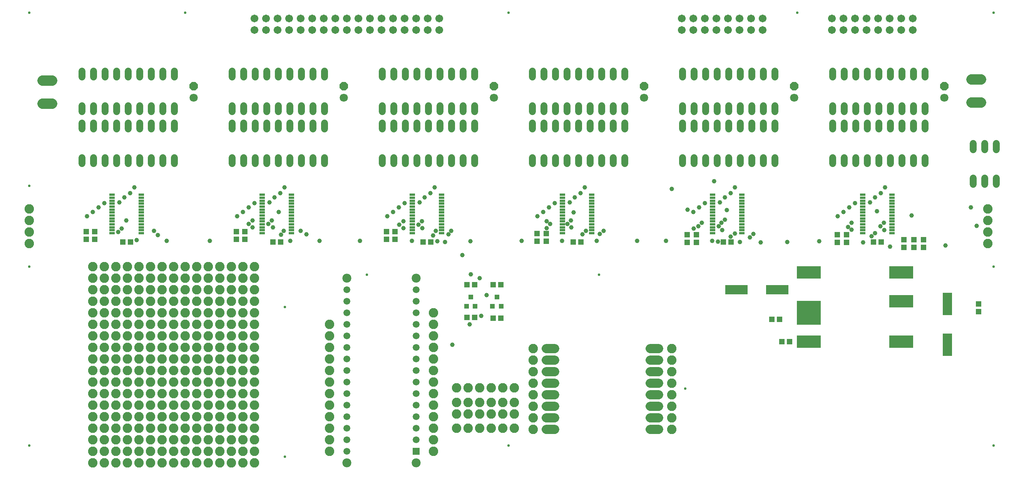
<source format=gbr>
G04 EAGLE Gerber RS-274X export*
G75*
%MOMM*%
%FSLAX34Y34*%
%LPD*%
%AMOC8*
5,1,8,0,0,1.08239X$1,22.5*%
G01*
%ADD10C,0.584200*%
%ADD11C,1.524000*%
%ADD12R,1.203200X0.503200*%
%ADD13R,1.303200X1.203200*%
%ADD14P,1.951982X8X112.500000*%
%ADD15C,1.803400*%
%ADD16C,1.711200*%
%ADD17C,2.298700*%
%ADD18C,2.082800*%
%ADD19C,2.032000*%
%ADD20R,1.003200X1.103200*%
%ADD21R,1.203200X1.303200*%
%ADD22R,5.283200X2.743200*%
%ADD23R,5.283200X5.283200*%
%ADD24R,4.903200X2.103200*%
%ADD25C,1.981200*%
%ADD26R,1.511200X1.511200*%
%ADD27C,1.511200*%
%ADD28R,2.103200X4.903200*%
%ADD29C,0.990600*%


D10*
X806450Y439420D03*
X626110Y368300D03*
X626110Y39370D03*
X1506220Y189230D03*
X1316990Y439420D03*
X63500Y1016000D03*
X63500Y63500D03*
X2184400Y63500D03*
X2184400Y1016000D03*
X1117600Y1016000D03*
X1117600Y63500D03*
X1752600Y1016000D03*
X406400Y1016000D03*
X63500Y457200D03*
X63500Y635000D03*
X2184400Y457200D03*
D11*
X1169988Y798259D02*
X1169988Y811467D01*
X1195388Y811467D02*
X1195388Y798259D01*
X1322388Y798259D02*
X1322388Y811467D01*
X1347788Y811467D02*
X1347788Y798259D01*
X1220788Y798259D02*
X1220788Y811467D01*
X1246188Y811467D02*
X1246188Y798259D01*
X1296988Y798259D02*
X1296988Y811467D01*
X1271588Y811467D02*
X1271588Y798259D01*
X1373188Y798259D02*
X1373188Y811467D01*
X1373188Y874459D02*
X1373188Y887667D01*
X1347788Y887667D02*
X1347788Y874459D01*
X1322388Y874459D02*
X1322388Y887667D01*
X1296988Y887667D02*
X1296988Y874459D01*
X1271588Y874459D02*
X1271588Y887667D01*
X1246188Y887667D02*
X1246188Y874459D01*
X1220788Y874459D02*
X1220788Y887667D01*
X1195388Y887667D02*
X1195388Y874459D01*
X1169988Y874459D02*
X1169988Y887667D01*
X1169988Y697167D02*
X1169988Y683959D01*
X1195388Y683959D02*
X1195388Y697167D01*
X1220788Y697167D02*
X1220788Y683959D01*
X1246188Y683959D02*
X1246188Y697167D01*
X1271588Y697167D02*
X1271588Y683959D01*
X1296988Y683959D02*
X1296988Y697167D01*
X1322388Y697167D02*
X1322388Y683959D01*
X1347788Y683959D02*
X1347788Y697167D01*
X1373188Y697167D02*
X1373188Y683959D01*
X1373188Y760159D02*
X1373188Y773367D01*
X1347788Y773367D02*
X1347788Y760159D01*
X1322388Y760159D02*
X1322388Y773367D01*
X1296988Y773367D02*
X1296988Y760159D01*
X1271588Y760159D02*
X1271588Y773367D01*
X1246188Y773367D02*
X1246188Y760159D01*
X1220788Y760159D02*
X1220788Y773367D01*
X1195388Y773367D02*
X1195388Y760159D01*
X1169988Y760159D02*
X1169988Y773367D01*
D12*
X1300413Y530838D03*
X1300413Y537338D03*
X1300413Y543838D03*
X1300413Y550338D03*
X1300413Y556838D03*
X1300413Y563338D03*
X1300413Y569838D03*
X1300413Y576338D03*
X1300413Y582838D03*
X1300413Y589338D03*
X1300413Y595838D03*
X1300413Y602338D03*
X1300413Y608838D03*
X1300413Y615338D03*
X1236413Y615338D03*
X1236413Y608838D03*
X1236413Y602338D03*
X1236413Y595838D03*
X1236413Y589338D03*
X1236413Y582838D03*
X1236413Y576338D03*
X1236413Y569838D03*
X1236413Y563338D03*
X1236413Y556838D03*
X1236413Y550338D03*
X1236413Y543838D03*
X1236413Y537338D03*
X1236413Y530838D03*
D13*
X1180783Y530153D03*
X1180783Y513153D03*
X1201103Y530153D03*
X1201103Y513153D03*
X1259913Y511175D03*
X1276913Y511175D03*
D14*
X1416050Y854075D03*
D15*
X1416050Y828675D03*
D11*
X839788Y811467D02*
X839788Y798259D01*
X865188Y798259D02*
X865188Y811467D01*
X992188Y811467D02*
X992188Y798259D01*
X1017588Y798259D02*
X1017588Y811467D01*
X890588Y811467D02*
X890588Y798259D01*
X915988Y798259D02*
X915988Y811467D01*
X966788Y811467D02*
X966788Y798259D01*
X941388Y798259D02*
X941388Y811467D01*
X1042988Y811467D02*
X1042988Y798259D01*
X1042988Y874459D02*
X1042988Y887667D01*
X1017588Y887667D02*
X1017588Y874459D01*
X992188Y874459D02*
X992188Y887667D01*
X966788Y887667D02*
X966788Y874459D01*
X941388Y874459D02*
X941388Y887667D01*
X915988Y887667D02*
X915988Y874459D01*
X890588Y874459D02*
X890588Y887667D01*
X865188Y887667D02*
X865188Y874459D01*
X839788Y874459D02*
X839788Y887667D01*
X839788Y697167D02*
X839788Y683959D01*
X865188Y683959D02*
X865188Y697167D01*
X890588Y697167D02*
X890588Y683959D01*
X915988Y683959D02*
X915988Y697167D01*
X941388Y697167D02*
X941388Y683959D01*
X966788Y683959D02*
X966788Y697167D01*
X992188Y697167D02*
X992188Y683959D01*
X1017588Y683959D02*
X1017588Y697167D01*
X1042988Y697167D02*
X1042988Y683959D01*
X1042988Y760159D02*
X1042988Y773367D01*
X1017588Y773367D02*
X1017588Y760159D01*
X992188Y760159D02*
X992188Y773367D01*
X966788Y773367D02*
X966788Y760159D01*
X941388Y760159D02*
X941388Y773367D01*
X915988Y773367D02*
X915988Y760159D01*
X890588Y760159D02*
X890588Y773367D01*
X865188Y773367D02*
X865188Y760159D01*
X839788Y760159D02*
X839788Y773367D01*
D12*
X970213Y530838D03*
X970213Y537338D03*
X970213Y543838D03*
X970213Y550338D03*
X970213Y556838D03*
X970213Y563338D03*
X970213Y569838D03*
X970213Y576338D03*
X970213Y582838D03*
X970213Y589338D03*
X970213Y595838D03*
X970213Y602338D03*
X970213Y608838D03*
X970213Y615338D03*
X906213Y615338D03*
X906213Y608838D03*
X906213Y602338D03*
X906213Y595838D03*
X906213Y589338D03*
X906213Y582838D03*
X906213Y576338D03*
X906213Y569838D03*
X906213Y563338D03*
X906213Y556838D03*
X906213Y550338D03*
X906213Y543838D03*
X906213Y537338D03*
X906213Y530838D03*
D13*
X849313Y533963D03*
X849313Y516963D03*
X868363Y533963D03*
X868363Y516963D03*
X929713Y511175D03*
X946713Y511175D03*
D14*
X1085850Y854075D03*
D15*
X1085850Y828675D03*
D11*
X509588Y811467D02*
X509588Y798259D01*
X534988Y798259D02*
X534988Y811467D01*
X661988Y811467D02*
X661988Y798259D01*
X687388Y798259D02*
X687388Y811467D01*
X560388Y811467D02*
X560388Y798259D01*
X585788Y798259D02*
X585788Y811467D01*
X636588Y811467D02*
X636588Y798259D01*
X611188Y798259D02*
X611188Y811467D01*
X712788Y811467D02*
X712788Y798259D01*
X712788Y874459D02*
X712788Y887667D01*
X687388Y887667D02*
X687388Y874459D01*
X661988Y874459D02*
X661988Y887667D01*
X636588Y887667D02*
X636588Y874459D01*
X611188Y874459D02*
X611188Y887667D01*
X585788Y887667D02*
X585788Y874459D01*
X560388Y874459D02*
X560388Y887667D01*
X534988Y887667D02*
X534988Y874459D01*
X509588Y874459D02*
X509588Y887667D01*
X509588Y697167D02*
X509588Y683959D01*
X534988Y683959D02*
X534988Y697167D01*
X560388Y697167D02*
X560388Y683959D01*
X585788Y683959D02*
X585788Y697167D01*
X611188Y697167D02*
X611188Y683959D01*
X636588Y683959D02*
X636588Y697167D01*
X661988Y697167D02*
X661988Y683959D01*
X687388Y683959D02*
X687388Y697167D01*
X712788Y697167D02*
X712788Y683959D01*
X712788Y760159D02*
X712788Y773367D01*
X687388Y773367D02*
X687388Y760159D01*
X661988Y760159D02*
X661988Y773367D01*
X636588Y773367D02*
X636588Y760159D01*
X611188Y760159D02*
X611188Y773367D01*
X585788Y773367D02*
X585788Y760159D01*
X560388Y760159D02*
X560388Y773367D01*
X534988Y773367D02*
X534988Y760159D01*
X509588Y760159D02*
X509588Y773367D01*
D12*
X640013Y530838D03*
X640013Y537338D03*
X640013Y543838D03*
X640013Y550338D03*
X640013Y556838D03*
X640013Y563338D03*
X640013Y569838D03*
X640013Y576338D03*
X640013Y582838D03*
X640013Y589338D03*
X640013Y595838D03*
X640013Y602338D03*
X640013Y608838D03*
X640013Y615338D03*
X576013Y615338D03*
X576013Y608838D03*
X576013Y602338D03*
X576013Y595838D03*
X576013Y589338D03*
X576013Y582838D03*
X576013Y576338D03*
X576013Y569838D03*
X576013Y563338D03*
X576013Y556838D03*
X576013Y550338D03*
X576013Y543838D03*
X576013Y537338D03*
X576013Y530838D03*
D13*
X519113Y533963D03*
X519113Y516963D03*
X538163Y533963D03*
X538163Y516963D03*
X599513Y511175D03*
X616513Y511175D03*
D14*
X755650Y854075D03*
D15*
X755650Y828675D03*
D11*
X179388Y811467D02*
X179388Y798259D01*
X204788Y798259D02*
X204788Y811467D01*
X331788Y811467D02*
X331788Y798259D01*
X357188Y798259D02*
X357188Y811467D01*
X230188Y811467D02*
X230188Y798259D01*
X255588Y798259D02*
X255588Y811467D01*
X306388Y811467D02*
X306388Y798259D01*
X280988Y798259D02*
X280988Y811467D01*
X382588Y811467D02*
X382588Y798259D01*
X382588Y874459D02*
X382588Y887667D01*
X357188Y887667D02*
X357188Y874459D01*
X331788Y874459D02*
X331788Y887667D01*
X306388Y887667D02*
X306388Y874459D01*
X280988Y874459D02*
X280988Y887667D01*
X255588Y887667D02*
X255588Y874459D01*
X230188Y874459D02*
X230188Y887667D01*
X204788Y887667D02*
X204788Y874459D01*
X179388Y874459D02*
X179388Y887667D01*
X179388Y697167D02*
X179388Y683959D01*
X204788Y683959D02*
X204788Y697167D01*
X230188Y697167D02*
X230188Y683959D01*
X255588Y683959D02*
X255588Y697167D01*
X280988Y697167D02*
X280988Y683959D01*
X306388Y683959D02*
X306388Y697167D01*
X331788Y697167D02*
X331788Y683959D01*
X357188Y683959D02*
X357188Y697167D01*
X382588Y697167D02*
X382588Y683959D01*
X382588Y760159D02*
X382588Y773367D01*
X357188Y773367D02*
X357188Y760159D01*
X331788Y760159D02*
X331788Y773367D01*
X306388Y773367D02*
X306388Y760159D01*
X280988Y760159D02*
X280988Y773367D01*
X255588Y773367D02*
X255588Y760159D01*
X230188Y760159D02*
X230188Y773367D01*
X204788Y773367D02*
X204788Y760159D01*
X179388Y760159D02*
X179388Y773367D01*
D12*
X309813Y530838D03*
X309813Y537338D03*
X309813Y543838D03*
X309813Y550338D03*
X309813Y556838D03*
X309813Y563338D03*
X309813Y569838D03*
X309813Y576338D03*
X309813Y582838D03*
X309813Y589338D03*
X309813Y595838D03*
X309813Y602338D03*
X309813Y608838D03*
X309813Y615338D03*
X245813Y615338D03*
X245813Y608838D03*
X245813Y602338D03*
X245813Y595838D03*
X245813Y589338D03*
X245813Y582838D03*
X245813Y576338D03*
X245813Y569838D03*
X245813Y563338D03*
X245813Y556838D03*
X245813Y550338D03*
X245813Y543838D03*
X245813Y537338D03*
X245813Y530838D03*
D13*
X188913Y533963D03*
X188913Y516963D03*
X207963Y533963D03*
X207963Y516963D03*
X269313Y511175D03*
X286313Y511175D03*
D14*
X425450Y854075D03*
D15*
X425450Y828675D03*
D16*
X965200Y1003300D03*
X965200Y977900D03*
X939800Y1003300D03*
X939800Y977900D03*
X914400Y1003300D03*
X914400Y977900D03*
X889000Y1003300D03*
X889000Y977900D03*
X863600Y1003300D03*
X863600Y977900D03*
X838200Y1003300D03*
X838200Y977900D03*
X812800Y1003300D03*
X812800Y977900D03*
X787400Y1003300D03*
X787400Y977900D03*
X762000Y1003300D03*
X762000Y977900D03*
X736600Y1003300D03*
X736600Y977900D03*
X711200Y1003300D03*
X711200Y977900D03*
X685800Y1003300D03*
X685800Y977900D03*
X660400Y1003300D03*
X660400Y977900D03*
X635000Y1003300D03*
X635000Y977900D03*
X609600Y1003300D03*
X609600Y977900D03*
X584200Y1003300D03*
X584200Y977900D03*
X558800Y1003300D03*
X558800Y977900D03*
D11*
X1500188Y811467D02*
X1500188Y798259D01*
X1525588Y798259D02*
X1525588Y811467D01*
X1652588Y811467D02*
X1652588Y798259D01*
X1677988Y798259D02*
X1677988Y811467D01*
X1550988Y811467D02*
X1550988Y798259D01*
X1576388Y798259D02*
X1576388Y811467D01*
X1627188Y811467D02*
X1627188Y798259D01*
X1601788Y798259D02*
X1601788Y811467D01*
X1703388Y811467D02*
X1703388Y798259D01*
X1703388Y874459D02*
X1703388Y887667D01*
X1677988Y887667D02*
X1677988Y874459D01*
X1652588Y874459D02*
X1652588Y887667D01*
X1627188Y887667D02*
X1627188Y874459D01*
X1601788Y874459D02*
X1601788Y887667D01*
X1576388Y887667D02*
X1576388Y874459D01*
X1550988Y874459D02*
X1550988Y887667D01*
X1525588Y887667D02*
X1525588Y874459D01*
X1500188Y874459D02*
X1500188Y887667D01*
X1500188Y697167D02*
X1500188Y683959D01*
X1525588Y683959D02*
X1525588Y697167D01*
X1550988Y697167D02*
X1550988Y683959D01*
X1576388Y683959D02*
X1576388Y697167D01*
X1601788Y697167D02*
X1601788Y683959D01*
X1627188Y683959D02*
X1627188Y697167D01*
X1652588Y697167D02*
X1652588Y683959D01*
X1677988Y683959D02*
X1677988Y697167D01*
X1703388Y697167D02*
X1703388Y683959D01*
X1703388Y760159D02*
X1703388Y773367D01*
X1677988Y773367D02*
X1677988Y760159D01*
X1652588Y760159D02*
X1652588Y773367D01*
X1627188Y773367D02*
X1627188Y760159D01*
X1601788Y760159D02*
X1601788Y773367D01*
X1576388Y773367D02*
X1576388Y760159D01*
X1550988Y760159D02*
X1550988Y773367D01*
X1525588Y773367D02*
X1525588Y760159D01*
X1500188Y760159D02*
X1500188Y773367D01*
D12*
X1630613Y530838D03*
X1630613Y537338D03*
X1630613Y543838D03*
X1630613Y550338D03*
X1630613Y556838D03*
X1630613Y563338D03*
X1630613Y569838D03*
X1630613Y576338D03*
X1630613Y582838D03*
X1630613Y589338D03*
X1630613Y595838D03*
X1630613Y602338D03*
X1630613Y608838D03*
X1630613Y615338D03*
X1566613Y615338D03*
X1566613Y608838D03*
X1566613Y602338D03*
X1566613Y595838D03*
X1566613Y589338D03*
X1566613Y582838D03*
X1566613Y576338D03*
X1566613Y569838D03*
X1566613Y563338D03*
X1566613Y556838D03*
X1566613Y550338D03*
X1566613Y543838D03*
X1566613Y537338D03*
X1566613Y530838D03*
D13*
X1510983Y527613D03*
X1510983Y510613D03*
X1531303Y527613D03*
X1531303Y510613D03*
X1590113Y511175D03*
X1607113Y511175D03*
D14*
X1746250Y854075D03*
D15*
X1746250Y828675D03*
D16*
X1676400Y1003300D03*
X1676400Y977900D03*
X1651000Y1003300D03*
X1651000Y977900D03*
X1625600Y1003300D03*
X1625600Y977900D03*
X1600200Y1003300D03*
X1600200Y977900D03*
X1574800Y1003300D03*
X1574800Y977900D03*
X1549400Y1003300D03*
X1549400Y977900D03*
X1524000Y1003300D03*
X1524000Y977900D03*
X1498600Y1003300D03*
X1498600Y977900D03*
D11*
X1830388Y811467D02*
X1830388Y798259D01*
X1855788Y798259D02*
X1855788Y811467D01*
X1982788Y811467D02*
X1982788Y798259D01*
X2008188Y798259D02*
X2008188Y811467D01*
X1881188Y811467D02*
X1881188Y798259D01*
X1906588Y798259D02*
X1906588Y811467D01*
X1957388Y811467D02*
X1957388Y798259D01*
X1931988Y798259D02*
X1931988Y811467D01*
X2033588Y811467D02*
X2033588Y798259D01*
X2033588Y874459D02*
X2033588Y887667D01*
X2008188Y887667D02*
X2008188Y874459D01*
X1982788Y874459D02*
X1982788Y887667D01*
X1957388Y887667D02*
X1957388Y874459D01*
X1931988Y874459D02*
X1931988Y887667D01*
X1906588Y887667D02*
X1906588Y874459D01*
X1881188Y874459D02*
X1881188Y887667D01*
X1855788Y887667D02*
X1855788Y874459D01*
X1830388Y874459D02*
X1830388Y887667D01*
X1830388Y697167D02*
X1830388Y683959D01*
X1855788Y683959D02*
X1855788Y697167D01*
X1881188Y697167D02*
X1881188Y683959D01*
X1906588Y683959D02*
X1906588Y697167D01*
X1931988Y697167D02*
X1931988Y683959D01*
X1957388Y683959D02*
X1957388Y697167D01*
X1982788Y697167D02*
X1982788Y683959D01*
X2008188Y683959D02*
X2008188Y697167D01*
X2033588Y697167D02*
X2033588Y683959D01*
X2033588Y760159D02*
X2033588Y773367D01*
X2008188Y773367D02*
X2008188Y760159D01*
X1982788Y760159D02*
X1982788Y773367D01*
X1957388Y773367D02*
X1957388Y760159D01*
X1931988Y760159D02*
X1931988Y773367D01*
X1906588Y773367D02*
X1906588Y760159D01*
X1881188Y760159D02*
X1881188Y773367D01*
X1855788Y773367D02*
X1855788Y760159D01*
X1830388Y760159D02*
X1830388Y773367D01*
D12*
X1960813Y530838D03*
X1960813Y537338D03*
X1960813Y543838D03*
X1960813Y550338D03*
X1960813Y556838D03*
X1960813Y563338D03*
X1960813Y569838D03*
X1960813Y576338D03*
X1960813Y582838D03*
X1960813Y589338D03*
X1960813Y595838D03*
X1960813Y602338D03*
X1960813Y608838D03*
X1960813Y615338D03*
X1896813Y615338D03*
X1896813Y608838D03*
X1896813Y602338D03*
X1896813Y595838D03*
X1896813Y589338D03*
X1896813Y582838D03*
X1896813Y576338D03*
X1896813Y569838D03*
X1896813Y563338D03*
X1896813Y556838D03*
X1896813Y550338D03*
X1896813Y543838D03*
X1896813Y537338D03*
X1896813Y530838D03*
D13*
X1841183Y527613D03*
X1841183Y510613D03*
X1861503Y527613D03*
X1861503Y510613D03*
X1920313Y511175D03*
X1937313Y511175D03*
D14*
X2076450Y854075D03*
D15*
X2076450Y828675D03*
D16*
X2006600Y1003300D03*
X2006600Y977900D03*
X1981200Y1003300D03*
X1981200Y977900D03*
X1955800Y1003300D03*
X1955800Y977900D03*
X1930400Y1003300D03*
X1930400Y977900D03*
X1905000Y1003300D03*
X1905000Y977900D03*
X1879600Y1003300D03*
X1879600Y977900D03*
X1854200Y1003300D03*
X1854200Y977900D03*
X1828800Y1003300D03*
X1828800Y977900D03*
D13*
X1987550Y516500D03*
X1987550Y499500D03*
X2009140Y516500D03*
X2009140Y499500D03*
X2030730Y516500D03*
X2030730Y499500D03*
D17*
X113348Y867410D02*
X92393Y867410D01*
X92393Y816610D02*
X113348Y816610D01*
X2135823Y819150D02*
X2156778Y819150D01*
X2156778Y869950D02*
X2135823Y869950D01*
D18*
X2171700Y584200D03*
X2171700Y558800D03*
X2171700Y533400D03*
X2171700Y508000D03*
X63500Y584200D03*
X63500Y558800D03*
X63500Y533400D03*
X63500Y508000D03*
D19*
X1429766Y99060D02*
X1448054Y99060D01*
X1448054Y124460D02*
X1429766Y124460D01*
X1429766Y149860D02*
X1448054Y149860D01*
X1448054Y175260D02*
X1429766Y175260D01*
X1429766Y200660D02*
X1448054Y200660D01*
X1448054Y226060D02*
X1429766Y226060D01*
X1429766Y251460D02*
X1448054Y251460D01*
X1448054Y276860D02*
X1429766Y276860D01*
X1219454Y99060D02*
X1201166Y99060D01*
X1201166Y124460D02*
X1219454Y124460D01*
X1219454Y149860D02*
X1201166Y149860D01*
X1201166Y175260D02*
X1219454Y175260D01*
X1219454Y200660D02*
X1201166Y200660D01*
X1201166Y226060D02*
X1219454Y226060D01*
X1219454Y251460D02*
X1201166Y251460D01*
X1201166Y276860D02*
X1219454Y276860D01*
D20*
X1082700Y369730D03*
X1101700Y369730D03*
X1092200Y390730D03*
D21*
X1100700Y344170D03*
X1083700Y344170D03*
X1100700Y417830D03*
X1083700Y417830D03*
D20*
X1025550Y369730D03*
X1044550Y369730D03*
X1035050Y390730D03*
D21*
X1043550Y345440D03*
X1026550Y345440D03*
X1026550Y417830D03*
X1043550Y417830D03*
D18*
X1003300Y133350D03*
X1003300Y158750D03*
X1028700Y133350D03*
X1028700Y158750D03*
X1054100Y133350D03*
X1054100Y158750D03*
X1079500Y133350D03*
X1079500Y158750D03*
X1104900Y133350D03*
X1104900Y158750D03*
X1130300Y133350D03*
X1130300Y158750D03*
D22*
X1778000Y292100D03*
X1778000Y444500D03*
X1981200Y292100D03*
X1981200Y381000D03*
X1981200Y444500D03*
D23*
X1778000Y355600D03*
D21*
X1735700Y292100D03*
X1718700Y292100D03*
X2151380Y375530D03*
X2151380Y358530D03*
D24*
X1618700Y406400D03*
X1708700Y406400D03*
D18*
X1003300Y190500D03*
X1028700Y190500D03*
X1054100Y190500D03*
X1079500Y190500D03*
X1104900Y190500D03*
X1477010Y124460D03*
X1130300Y101600D03*
X1104900Y101600D03*
X1079500Y101600D03*
X1054100Y101600D03*
X1028700Y101600D03*
X1003300Y101600D03*
X1172210Y276860D03*
X1172210Y251460D03*
X1172210Y226060D03*
X1172210Y200660D03*
X1172210Y175260D03*
X1172210Y149860D03*
X1172210Y124460D03*
X1172210Y99060D03*
X1477010Y276860D03*
X1477010Y251460D03*
X1477010Y226060D03*
X1477010Y200660D03*
X1477010Y175260D03*
X1477010Y149860D03*
X1130300Y190500D03*
X1477010Y99060D03*
X558800Y457200D03*
X508000Y457200D03*
X457200Y457200D03*
X406400Y457200D03*
X355600Y457200D03*
X304800Y457200D03*
X254000Y457200D03*
X203200Y457200D03*
X558800Y431800D03*
X508000Y431800D03*
X457200Y431800D03*
X406400Y431800D03*
X355600Y431800D03*
X304800Y431800D03*
X254000Y431800D03*
X203200Y431800D03*
X228600Y431800D03*
X533400Y457200D03*
X482600Y457200D03*
X431800Y457200D03*
X381000Y457200D03*
X330200Y457200D03*
X279400Y457200D03*
X228600Y457200D03*
X533400Y431800D03*
X482600Y431800D03*
X431800Y431800D03*
X381000Y431800D03*
X330200Y431800D03*
X279400Y431800D03*
X203200Y381000D03*
X254000Y381000D03*
X304800Y381000D03*
X355600Y381000D03*
X406400Y381000D03*
X457200Y381000D03*
X508000Y381000D03*
X558800Y381000D03*
X203200Y406400D03*
X254000Y406400D03*
X304800Y406400D03*
X355600Y406400D03*
X406400Y406400D03*
X457200Y406400D03*
X508000Y406400D03*
X558800Y406400D03*
X533400Y406400D03*
X228600Y381000D03*
X279400Y381000D03*
X330200Y381000D03*
X381000Y381000D03*
X431800Y381000D03*
X482600Y381000D03*
X533400Y381000D03*
X228600Y406400D03*
X279400Y406400D03*
X330200Y406400D03*
X381000Y406400D03*
X431800Y406400D03*
X482600Y406400D03*
X558800Y355600D03*
X508000Y355600D03*
X457200Y355600D03*
X406400Y355600D03*
X355600Y355600D03*
X304800Y355600D03*
X254000Y355600D03*
X203200Y355600D03*
X558800Y330200D03*
X508000Y330200D03*
X457200Y330200D03*
X406400Y330200D03*
X355600Y330200D03*
X304800Y330200D03*
X254000Y330200D03*
X203200Y330200D03*
X228600Y330200D03*
X533400Y355600D03*
X482600Y355600D03*
X431800Y355600D03*
X381000Y355600D03*
X330200Y355600D03*
X279400Y355600D03*
X228600Y355600D03*
X533400Y330200D03*
X482600Y330200D03*
X431800Y330200D03*
X381000Y330200D03*
X330200Y330200D03*
X279400Y330200D03*
X203200Y177800D03*
X254000Y177800D03*
X304800Y177800D03*
X355600Y177800D03*
X406400Y177800D03*
X457200Y177800D03*
X508000Y177800D03*
X558800Y177800D03*
X203200Y203200D03*
X254000Y203200D03*
X304800Y203200D03*
X355600Y203200D03*
X406400Y203200D03*
X457200Y203200D03*
X508000Y203200D03*
X558800Y203200D03*
X533400Y203200D03*
X228600Y177800D03*
X279400Y177800D03*
X330200Y177800D03*
X381000Y177800D03*
X431800Y177800D03*
X482600Y177800D03*
X533400Y177800D03*
X228600Y203200D03*
X279400Y203200D03*
X330200Y203200D03*
X381000Y203200D03*
X431800Y203200D03*
X482600Y203200D03*
X558800Y254000D03*
X508000Y254000D03*
X457200Y254000D03*
X406400Y254000D03*
X355600Y254000D03*
X304800Y254000D03*
X254000Y254000D03*
X203200Y254000D03*
X558800Y228600D03*
X508000Y228600D03*
X457200Y228600D03*
X406400Y228600D03*
X355600Y228600D03*
X304800Y228600D03*
X254000Y228600D03*
X203200Y228600D03*
X228600Y228600D03*
X533400Y254000D03*
X482600Y254000D03*
X431800Y254000D03*
X381000Y254000D03*
X330200Y254000D03*
X279400Y254000D03*
X228600Y254000D03*
X533400Y228600D03*
X482600Y228600D03*
X431800Y228600D03*
X381000Y228600D03*
X330200Y228600D03*
X279400Y228600D03*
X203200Y279400D03*
X254000Y279400D03*
X304800Y279400D03*
X355600Y279400D03*
X406400Y279400D03*
X457200Y279400D03*
X508000Y279400D03*
X558800Y279400D03*
X203200Y304800D03*
X254000Y304800D03*
X304800Y304800D03*
X355600Y304800D03*
X406400Y304800D03*
X457200Y304800D03*
X508000Y304800D03*
X558800Y304800D03*
X533400Y304800D03*
X228600Y279400D03*
X279400Y279400D03*
X330200Y279400D03*
X381000Y279400D03*
X431800Y279400D03*
X482600Y279400D03*
X533400Y279400D03*
X228600Y304800D03*
X279400Y304800D03*
X330200Y304800D03*
X381000Y304800D03*
X431800Y304800D03*
X482600Y304800D03*
X558800Y152400D03*
X508000Y152400D03*
X457200Y152400D03*
X406400Y152400D03*
X355600Y152400D03*
X304800Y152400D03*
X254000Y152400D03*
X203200Y152400D03*
X558800Y127000D03*
X508000Y127000D03*
X457200Y127000D03*
X406400Y127000D03*
X355600Y127000D03*
X304800Y127000D03*
X254000Y127000D03*
X203200Y127000D03*
X228600Y127000D03*
X533400Y152400D03*
X482600Y152400D03*
X431800Y152400D03*
X381000Y152400D03*
X330200Y152400D03*
X279400Y152400D03*
X228600Y152400D03*
X533400Y127000D03*
X482600Y127000D03*
X431800Y127000D03*
X381000Y127000D03*
X330200Y127000D03*
X279400Y127000D03*
X203200Y76200D03*
X254000Y76200D03*
X304800Y76200D03*
X355600Y76200D03*
X406400Y76200D03*
X457200Y76200D03*
X508000Y76200D03*
X558800Y76200D03*
X203200Y101600D03*
X254000Y101600D03*
X304800Y101600D03*
X355600Y101600D03*
X406400Y101600D03*
X457200Y101600D03*
X508000Y101600D03*
X558800Y101600D03*
X533400Y101600D03*
X228600Y76200D03*
X279400Y76200D03*
X330200Y76200D03*
X381000Y76200D03*
X431800Y76200D03*
X482600Y76200D03*
X533400Y76200D03*
X228600Y101600D03*
X279400Y101600D03*
X330200Y101600D03*
X381000Y101600D03*
X431800Y101600D03*
X482600Y101600D03*
X558800Y50800D03*
X508000Y50800D03*
X457200Y50800D03*
X406400Y50800D03*
X355600Y50800D03*
X304800Y50800D03*
X254000Y50800D03*
X203200Y50800D03*
X558800Y25400D03*
X508000Y25400D03*
X457200Y25400D03*
X406400Y25400D03*
X355600Y25400D03*
X304800Y25400D03*
X254000Y25400D03*
X203200Y25400D03*
X228600Y25400D03*
X533400Y50800D03*
X482600Y50800D03*
X431800Y50800D03*
X381000Y50800D03*
X330200Y50800D03*
X279400Y50800D03*
X228600Y50800D03*
X533400Y25400D03*
X482600Y25400D03*
X431800Y25400D03*
X381000Y25400D03*
X330200Y25400D03*
X279400Y25400D03*
D25*
X914400Y25400D03*
D26*
X914400Y50800D03*
D27*
X914400Y76200D03*
X914400Y101600D03*
X914400Y127000D03*
X914400Y152400D03*
X914400Y177800D03*
X914400Y203200D03*
X914400Y228600D03*
X914400Y254000D03*
X914400Y279400D03*
X914400Y304800D03*
X914400Y330200D03*
X914400Y355600D03*
X914400Y381000D03*
X914400Y406400D03*
X762000Y406400D03*
X762000Y381000D03*
X762000Y355600D03*
X762000Y330200D03*
X762000Y304800D03*
X762000Y279400D03*
X762000Y254000D03*
X762000Y228600D03*
X762000Y203200D03*
X762000Y177800D03*
X762000Y152400D03*
X762000Y127000D03*
X762000Y101600D03*
X762000Y76200D03*
X762000Y50800D03*
D25*
X762000Y25400D03*
X762000Y431800D03*
X914400Y431800D03*
D18*
X723900Y330200D03*
X723900Y304800D03*
X723900Y279400D03*
X723900Y254000D03*
X723900Y228600D03*
X723900Y203200D03*
X723900Y177800D03*
X723900Y152400D03*
X723900Y127000D03*
X723900Y101600D03*
X723900Y76200D03*
X723900Y50800D03*
X952500Y50800D03*
X952500Y76200D03*
X952500Y101600D03*
X952500Y127000D03*
X952500Y152400D03*
X952500Y177800D03*
X952500Y203200D03*
X952500Y228600D03*
X952500Y254000D03*
X952500Y279400D03*
X952500Y304800D03*
X952500Y330200D03*
X952500Y355600D03*
D13*
X1714110Y341630D03*
X1697110Y341630D03*
D28*
X2082800Y285200D03*
X2082800Y375200D03*
D11*
X2190750Y714756D02*
X2190750Y727964D01*
X2165350Y727964D02*
X2165350Y714756D01*
X2139950Y714756D02*
X2139950Y727964D01*
X2139950Y651764D02*
X2139950Y638556D01*
X2165350Y638556D02*
X2165350Y651764D01*
X2190750Y651764D02*
X2190750Y638556D01*
D29*
X365760Y514350D03*
X461010Y514350D03*
X702310Y514350D03*
X791210Y514350D03*
X905510Y514350D03*
X1033780Y513080D03*
X1146810Y514350D03*
X1235710Y514350D03*
X1311910Y514350D03*
X1464310Y514350D03*
X1400810Y514350D03*
X1565910Y514350D03*
X1672590Y510540D03*
X1731010Y511810D03*
X1800860Y513080D03*
X1897380Y510540D03*
X1597660Y581660D03*
X1927860Y579120D03*
X1957070Y501650D03*
X2004060Y570230D03*
X2078990Y504190D03*
X2147570Y547370D03*
X2134870Y588010D03*
X977900Y511810D03*
X1057910Y349250D03*
X994410Y285750D03*
X961390Y513080D03*
X637540Y514350D03*
X299720Y515620D03*
X276860Y558800D03*
X1626870Y511810D03*
X1569720Y645160D03*
X1477010Y628650D03*
X1261110Y576580D03*
X612140Y577850D03*
X1069340Y394970D03*
X1035050Y440690D03*
X1032510Y330200D03*
X1181100Y568325D03*
X1193800Y577850D03*
X1206500Y587375D03*
X1219200Y596900D03*
X1252538Y598488D03*
X1263650Y609600D03*
X1276350Y619125D03*
X1285875Y631825D03*
X1593850Y560724D03*
X1578610Y512672D03*
X259080Y533400D03*
X346636Y526876D03*
X617666Y527496D03*
X673100Y528146D03*
X951684Y526234D03*
X985436Y528094D03*
X1280822Y528618D03*
X1318260Y529364D03*
X1606550Y523240D03*
X1648460Y521970D03*
X1916430Y524510D03*
X1016000Y482600D03*
X266700Y541020D03*
X337820Y535992D03*
X623570Y535714D03*
X660400Y535992D03*
X991870Y535992D03*
X1287780Y535992D03*
X1327150Y535992D03*
X1615440Y530182D03*
X1656080Y529492D03*
X1923820Y531086D03*
X1054100Y431800D03*
X957580Y535940D03*
X850900Y568325D03*
X863600Y577850D03*
X876300Y587375D03*
X889000Y596900D03*
X922338Y598488D03*
X933450Y609600D03*
X946150Y619125D03*
X955675Y631825D03*
X520700Y568325D03*
X533400Y577850D03*
X546100Y587375D03*
X558800Y596900D03*
X592138Y598488D03*
X603250Y609600D03*
X615950Y619125D03*
X625475Y631825D03*
X190500Y568325D03*
X203200Y577850D03*
X215900Y587375D03*
X228600Y596900D03*
X261938Y598488D03*
X273050Y609600D03*
X285750Y619125D03*
X295275Y631825D03*
X1511300Y582295D03*
X1524000Y577850D03*
X1536700Y587375D03*
X1549400Y596900D03*
X1582738Y598488D03*
X1593850Y609600D03*
X1606550Y619125D03*
X1616075Y631825D03*
X1841500Y568325D03*
X1854200Y577850D03*
X1866900Y587375D03*
X1879600Y596900D03*
X1912938Y598488D03*
X1924050Y609600D03*
X1936750Y619125D03*
X1946275Y631825D03*
X554990Y543560D03*
X599440Y543560D03*
X886460Y542290D03*
X928370Y542290D03*
X1256030Y543560D03*
X1525270Y540794D03*
X1587500Y538028D03*
X1871980Y538254D03*
X1944370Y538028D03*
X1201420Y542290D03*
X546100Y551180D03*
X589280Y551180D03*
X877570Y549910D03*
X919480Y549910D03*
X1247140Y551180D03*
X1535504Y545874D03*
X1579880Y545874D03*
X1864360Y544830D03*
X1935480Y545874D03*
X1209040Y550954D03*
X554990Y558800D03*
X596900Y558800D03*
X886460Y557530D03*
X927100Y557530D03*
X1254760Y558800D03*
X1543050Y553720D03*
X1586230Y553720D03*
X1871980Y553720D03*
X1943100Y553720D03*
X1201420Y557530D03*
M02*

</source>
